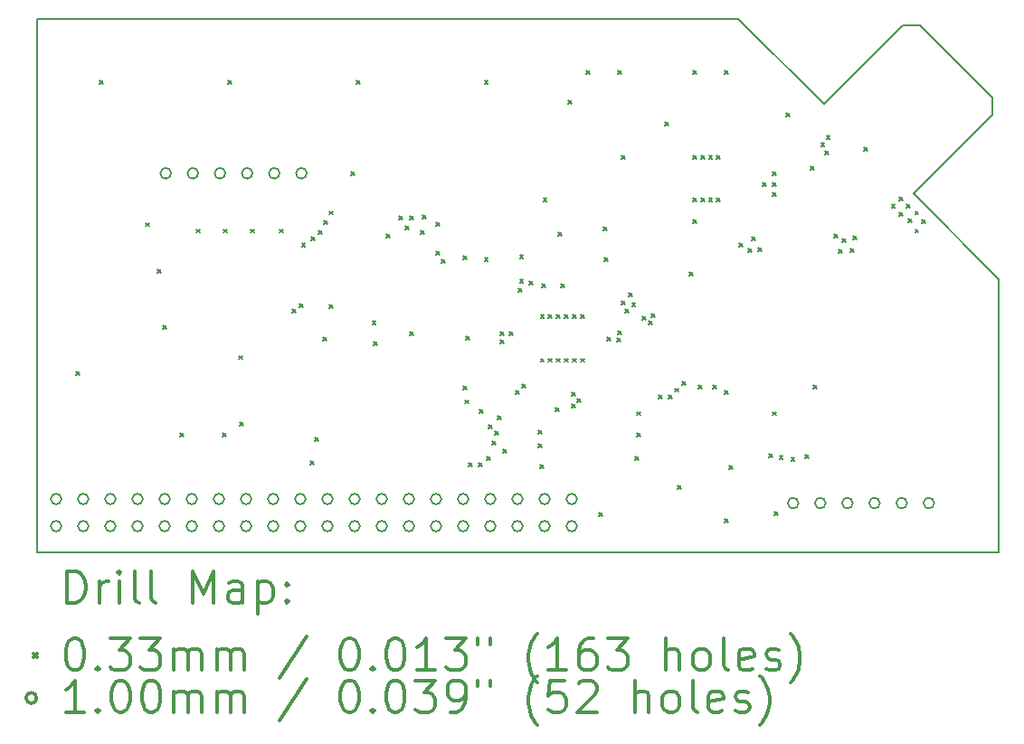
<source format=gbr>
%FSLAX45Y45*%
G04 Gerber Fmt 4.5, Leading zero omitted, Abs format (unit mm)*
G04 Created by KiCad (PCBNEW (5.0.1)-3) date 12/25/18 10:08:46*
%MOMM*%
%LPD*%
G01*
G04 APERTURE LIST*
%ADD10C,0.150000*%
%ADD11C,0.200000*%
%ADD12C,0.300000*%
G04 APERTURE END LIST*
D10*
X9860000Y-3800000D02*
X10600000Y-3060000D01*
X11440000Y-3740000D02*
X10760000Y-3060000D01*
X10600000Y-3060000D02*
X10760000Y-3060000D01*
X11440000Y-3900000D02*
X11440000Y-3740000D01*
X9860000Y-3800000D02*
X9060000Y-3000000D01*
X10700000Y-4640000D02*
X11440000Y-3900000D01*
X11500000Y-5440000D02*
X10700000Y-4640000D01*
X2500000Y-8000000D02*
X2500000Y-3000000D01*
X11500000Y-8000000D02*
X2500000Y-8000000D01*
X11500000Y-5440000D02*
X11500000Y-8000000D01*
X2500000Y-3000000D02*
X9060000Y-3000000D01*
D11*
X2858490Y-6308490D02*
X2891510Y-6341510D01*
X2891510Y-6308490D02*
X2858490Y-6341510D01*
X3083490Y-3583490D02*
X3116510Y-3616510D01*
X3116510Y-3583490D02*
X3083490Y-3616510D01*
X3513490Y-4913490D02*
X3546510Y-4946510D01*
X3546510Y-4913490D02*
X3513490Y-4946510D01*
X3623490Y-5353490D02*
X3656510Y-5386510D01*
X3656510Y-5353490D02*
X3623490Y-5386510D01*
X3673490Y-5873490D02*
X3706510Y-5906510D01*
X3706510Y-5873490D02*
X3673490Y-5906510D01*
X3833490Y-6883490D02*
X3866510Y-6916510D01*
X3866510Y-6883490D02*
X3833490Y-6916510D01*
X3983490Y-4973490D02*
X4016510Y-5006510D01*
X4016510Y-4973490D02*
X3983490Y-5006510D01*
X4233490Y-6883490D02*
X4266510Y-6916510D01*
X4266510Y-6883490D02*
X4233490Y-6916510D01*
X4243490Y-4973490D02*
X4276510Y-5006510D01*
X4276510Y-4973490D02*
X4243490Y-5006510D01*
X4283490Y-3583490D02*
X4316510Y-3616510D01*
X4316510Y-3583490D02*
X4283490Y-3616510D01*
X4383490Y-6158490D02*
X4416510Y-6191510D01*
X4416510Y-6158490D02*
X4383490Y-6191510D01*
X4393480Y-6783490D02*
X4426500Y-6816510D01*
X4426500Y-6783490D02*
X4393480Y-6816510D01*
X4493490Y-4973490D02*
X4526510Y-5006510D01*
X4526510Y-4973490D02*
X4493490Y-5006510D01*
X4763490Y-4973490D02*
X4796510Y-5006510D01*
X4796510Y-4973490D02*
X4763490Y-5006510D01*
X4886434Y-5723782D02*
X4919454Y-5756802D01*
X4919454Y-5723782D02*
X4886434Y-5756802D01*
X4953490Y-5673490D02*
X4986510Y-5706510D01*
X4986510Y-5673490D02*
X4953490Y-5706510D01*
X4973490Y-5103490D02*
X5006510Y-5136510D01*
X5006510Y-5103490D02*
X4973490Y-5136510D01*
X5053490Y-7143490D02*
X5086510Y-7176510D01*
X5086510Y-7143490D02*
X5053490Y-7176510D01*
X5063490Y-5043490D02*
X5096510Y-5076510D01*
X5096510Y-5043490D02*
X5063490Y-5076510D01*
X5093490Y-6923490D02*
X5126510Y-6956510D01*
X5126510Y-6923490D02*
X5093490Y-6956510D01*
X5133490Y-4983490D02*
X5166510Y-5016510D01*
X5166510Y-4983490D02*
X5133490Y-5016510D01*
X5173490Y-5983490D02*
X5206510Y-6016510D01*
X5206510Y-5983490D02*
X5173490Y-6016510D01*
X5183490Y-4893490D02*
X5216510Y-4926510D01*
X5216510Y-4893490D02*
X5183490Y-4926510D01*
X5233490Y-4803490D02*
X5266510Y-4836510D01*
X5266510Y-4803490D02*
X5233490Y-4836510D01*
X5233490Y-5683490D02*
X5266510Y-5716510D01*
X5266510Y-5683490D02*
X5233490Y-5716510D01*
X5433490Y-4433490D02*
X5466510Y-4466510D01*
X5466510Y-4433490D02*
X5433490Y-4466510D01*
X5483490Y-3583490D02*
X5516510Y-3616510D01*
X5516510Y-3583490D02*
X5483490Y-3616510D01*
X5633490Y-5833490D02*
X5666510Y-5866510D01*
X5666510Y-5833490D02*
X5633490Y-5866510D01*
X5643490Y-6023490D02*
X5676510Y-6056510D01*
X5676510Y-6023490D02*
X5643490Y-6056510D01*
X5763490Y-5023020D02*
X5796510Y-5056040D01*
X5796510Y-5023020D02*
X5763490Y-5056040D01*
X5883490Y-4853490D02*
X5916510Y-4886510D01*
X5916510Y-4853490D02*
X5883490Y-4886510D01*
X5943490Y-4943490D02*
X5976510Y-4976510D01*
X5976510Y-4943490D02*
X5943490Y-4976510D01*
X5983490Y-4853490D02*
X6016510Y-4886510D01*
X6016510Y-4853490D02*
X5983490Y-4886510D01*
X5983490Y-5933490D02*
X6016510Y-5966510D01*
X6016510Y-5933490D02*
X5983490Y-5966510D01*
X6083490Y-4983490D02*
X6116510Y-5016510D01*
X6116510Y-4983490D02*
X6083490Y-5016510D01*
X6103490Y-4843490D02*
X6136510Y-4876510D01*
X6136510Y-4843490D02*
X6103490Y-4876510D01*
X6233490Y-4908490D02*
X6266510Y-4941510D01*
X6266510Y-4908490D02*
X6233490Y-4941510D01*
X6233490Y-5183490D02*
X6266510Y-5216510D01*
X6266510Y-5183490D02*
X6233490Y-5216510D01*
X6283490Y-5253490D02*
X6316510Y-5286510D01*
X6316510Y-5253490D02*
X6283490Y-5286510D01*
X6483490Y-5223490D02*
X6516510Y-5256510D01*
X6516510Y-5223490D02*
X6483490Y-5256510D01*
X6483490Y-6443490D02*
X6516510Y-6476510D01*
X6516510Y-6443490D02*
X6483490Y-6476510D01*
X6503490Y-6573490D02*
X6536510Y-6606510D01*
X6536510Y-6573490D02*
X6503490Y-6606510D01*
X6513490Y-5973490D02*
X6546510Y-6006510D01*
X6546510Y-5973490D02*
X6513490Y-6006510D01*
X6533490Y-7163490D02*
X6566510Y-7196510D01*
X6566510Y-7163490D02*
X6533490Y-7196510D01*
X6628519Y-7160640D02*
X6661539Y-7193660D01*
X6661539Y-7160640D02*
X6628519Y-7193660D01*
X6633490Y-6663490D02*
X6666510Y-6696510D01*
X6666510Y-6663490D02*
X6633490Y-6696510D01*
X6683490Y-3583490D02*
X6716510Y-3616510D01*
X6716510Y-3583490D02*
X6683490Y-3616510D01*
X6683490Y-5243490D02*
X6716510Y-5276510D01*
X6716510Y-5243490D02*
X6683490Y-5276510D01*
X6703490Y-7103490D02*
X6736510Y-7136510D01*
X6736510Y-7103490D02*
X6703490Y-7136510D01*
X6723490Y-6803490D02*
X6756510Y-6836510D01*
X6756510Y-6803490D02*
X6723490Y-6836510D01*
X6758490Y-6958490D02*
X6791510Y-6991510D01*
X6791510Y-6958490D02*
X6758490Y-6991510D01*
X6783490Y-6863490D02*
X6816510Y-6896510D01*
X6816510Y-6863490D02*
X6783490Y-6896510D01*
X6803490Y-6723490D02*
X6836510Y-6756510D01*
X6836510Y-6723490D02*
X6803490Y-6756510D01*
X6833490Y-5933490D02*
X6866510Y-5966510D01*
X6866510Y-5933490D02*
X6833490Y-5966510D01*
X6833490Y-6013490D02*
X6866510Y-6046510D01*
X6866510Y-6013490D02*
X6833490Y-6046510D01*
X6858490Y-7033490D02*
X6891510Y-7066510D01*
X6891510Y-7033490D02*
X6858490Y-7066510D01*
X6913490Y-5933490D02*
X6946510Y-5966510D01*
X6946510Y-5933490D02*
X6913490Y-5966510D01*
X6973490Y-6483490D02*
X7006510Y-6516510D01*
X7006510Y-6483490D02*
X6973490Y-6516510D01*
X6998490Y-5529740D02*
X7031510Y-5562760D01*
X7031510Y-5529740D02*
X6998490Y-5562760D01*
X7013490Y-5213490D02*
X7046510Y-5246510D01*
X7046510Y-5213490D02*
X7013490Y-5246510D01*
X7013490Y-5443490D02*
X7046510Y-5476510D01*
X7046510Y-5443490D02*
X7013490Y-5476510D01*
X7033490Y-6423490D02*
X7066510Y-6456510D01*
X7066510Y-6423490D02*
X7033490Y-6456510D01*
X7103490Y-5463490D02*
X7136510Y-5496510D01*
X7136510Y-5463490D02*
X7103490Y-5496510D01*
X7183490Y-6858490D02*
X7216510Y-6891510D01*
X7216510Y-6858490D02*
X7183490Y-6891510D01*
X7183490Y-6983490D02*
X7216510Y-7016510D01*
X7216510Y-6983490D02*
X7183490Y-7016510D01*
X7203490Y-7178490D02*
X7236510Y-7211510D01*
X7236510Y-7178490D02*
X7203490Y-7211510D01*
X7208490Y-5773490D02*
X7241510Y-5806510D01*
X7241510Y-5773490D02*
X7208490Y-5806510D01*
X7208490Y-6183490D02*
X7241510Y-6216510D01*
X7241510Y-6183490D02*
X7208490Y-6216510D01*
X7223490Y-5483490D02*
X7256510Y-5516510D01*
X7256510Y-5483490D02*
X7223490Y-5516510D01*
X7233490Y-4683490D02*
X7266510Y-4716510D01*
X7266510Y-4683490D02*
X7233490Y-4716510D01*
X7283490Y-5773490D02*
X7316510Y-5806510D01*
X7316510Y-5773490D02*
X7283490Y-5806510D01*
X7283490Y-6183490D02*
X7316510Y-6216510D01*
X7316510Y-6183490D02*
X7283490Y-6216510D01*
X7348490Y-6643490D02*
X7381510Y-6676510D01*
X7381510Y-6643490D02*
X7348490Y-6676510D01*
X7358490Y-5773490D02*
X7391510Y-5806510D01*
X7391510Y-5773490D02*
X7358490Y-5806510D01*
X7358490Y-6183490D02*
X7391510Y-6216510D01*
X7391510Y-6183490D02*
X7358490Y-6216510D01*
X7373490Y-5003490D02*
X7406510Y-5036510D01*
X7406510Y-5003490D02*
X7373490Y-5036510D01*
X7399890Y-5482846D02*
X7432910Y-5515866D01*
X7432910Y-5482846D02*
X7399890Y-5515866D01*
X7433490Y-5773490D02*
X7466510Y-5806510D01*
X7466510Y-5773490D02*
X7433490Y-5806510D01*
X7433490Y-6183490D02*
X7466510Y-6216510D01*
X7466510Y-6183490D02*
X7433490Y-6216510D01*
X7463490Y-3763490D02*
X7496510Y-3796510D01*
X7496510Y-3763490D02*
X7463490Y-3796510D01*
X7503490Y-6503490D02*
X7536510Y-6536510D01*
X7536510Y-6503490D02*
X7503490Y-6536510D01*
X7503490Y-6613490D02*
X7536510Y-6646510D01*
X7536510Y-6613490D02*
X7503490Y-6646510D01*
X7508490Y-5773490D02*
X7541510Y-5806510D01*
X7541510Y-5773490D02*
X7508490Y-5806510D01*
X7508490Y-6183490D02*
X7541510Y-6216510D01*
X7541510Y-6183490D02*
X7508490Y-6216510D01*
X7548490Y-6558490D02*
X7581510Y-6591510D01*
X7581510Y-6558490D02*
X7548490Y-6591510D01*
X7583490Y-5773490D02*
X7616510Y-5806510D01*
X7616510Y-5773490D02*
X7583490Y-5806510D01*
X7583490Y-6183490D02*
X7616510Y-6216510D01*
X7616510Y-6183490D02*
X7583490Y-6216510D01*
X7633490Y-3483490D02*
X7666510Y-3516510D01*
X7666510Y-3483490D02*
X7633490Y-3516510D01*
X7756490Y-7624490D02*
X7789510Y-7657510D01*
X7789510Y-7624490D02*
X7756490Y-7657510D01*
X7793490Y-4953490D02*
X7826510Y-4986510D01*
X7826510Y-4953490D02*
X7793490Y-4986510D01*
X7803490Y-5243490D02*
X7836510Y-5276510D01*
X7836510Y-5243490D02*
X7803490Y-5276510D01*
X7833490Y-5983490D02*
X7866510Y-6016510D01*
X7866510Y-5983490D02*
X7833490Y-6016510D01*
X7923490Y-5993490D02*
X7956510Y-6026510D01*
X7956510Y-5993490D02*
X7923490Y-6026510D01*
X7933490Y-3483490D02*
X7966510Y-3516510D01*
X7966510Y-3483490D02*
X7933490Y-3516510D01*
X7933490Y-5923490D02*
X7966510Y-5956510D01*
X7966510Y-5923490D02*
X7933490Y-5956510D01*
X7963490Y-4283490D02*
X7996510Y-4316510D01*
X7996510Y-4283490D02*
X7963490Y-4316510D01*
X7963490Y-5643490D02*
X7996510Y-5676510D01*
X7996510Y-5643490D02*
X7963490Y-5676510D01*
X8003490Y-5723490D02*
X8036510Y-5756510D01*
X8036510Y-5723490D02*
X8003490Y-5756510D01*
X8033490Y-5573490D02*
X8066510Y-5606510D01*
X8066510Y-5573490D02*
X8033490Y-5606510D01*
X8063490Y-5663490D02*
X8096510Y-5696510D01*
X8096510Y-5663490D02*
X8063490Y-5696510D01*
X8093490Y-7103490D02*
X8126510Y-7136510D01*
X8126510Y-7103490D02*
X8093490Y-7136510D01*
X8113490Y-6683490D02*
X8146510Y-6716510D01*
X8146510Y-6683490D02*
X8113490Y-6716510D01*
X8113490Y-6883490D02*
X8146510Y-6916510D01*
X8146510Y-6883490D02*
X8113490Y-6916510D01*
X8163490Y-5793490D02*
X8196510Y-5826510D01*
X8196510Y-5793490D02*
X8163490Y-5826510D01*
X8223490Y-5833490D02*
X8256510Y-5866510D01*
X8256510Y-5833490D02*
X8223490Y-5866510D01*
X8243490Y-5763490D02*
X8276510Y-5796510D01*
X8276510Y-5763490D02*
X8243490Y-5796510D01*
X8313490Y-6523490D02*
X8346510Y-6556510D01*
X8346510Y-6523490D02*
X8313490Y-6556510D01*
X8373490Y-3973490D02*
X8406510Y-4006510D01*
X8406510Y-3973490D02*
X8373490Y-4006510D01*
X8403490Y-6523490D02*
X8436510Y-6556510D01*
X8436510Y-6523490D02*
X8403490Y-6556510D01*
X8463490Y-6463490D02*
X8496510Y-6496510D01*
X8496510Y-6463490D02*
X8463490Y-6496510D01*
X8493490Y-7373490D02*
X8526510Y-7406510D01*
X8526510Y-7373490D02*
X8493490Y-7406510D01*
X8533490Y-6403490D02*
X8566510Y-6436510D01*
X8566510Y-6403490D02*
X8533490Y-6436510D01*
X8598490Y-5373490D02*
X8631510Y-5406510D01*
X8631510Y-5373490D02*
X8598490Y-5406510D01*
X8633490Y-3483490D02*
X8666510Y-3516510D01*
X8666510Y-3483490D02*
X8633490Y-3516510D01*
X8633490Y-4283490D02*
X8666510Y-4316510D01*
X8666510Y-4283490D02*
X8633490Y-4316510D01*
X8633490Y-4683490D02*
X8666510Y-4716510D01*
X8666510Y-4683490D02*
X8633490Y-4716510D01*
X8633490Y-4883490D02*
X8666510Y-4916510D01*
X8666510Y-4883490D02*
X8633490Y-4916510D01*
X8683490Y-6433490D02*
X8716510Y-6466510D01*
X8716510Y-6433490D02*
X8683490Y-6466510D01*
X8708490Y-4283490D02*
X8741510Y-4316510D01*
X8741510Y-4283490D02*
X8708490Y-4316510D01*
X8708490Y-4683490D02*
X8741510Y-4716510D01*
X8741510Y-4683490D02*
X8708490Y-4716510D01*
X8783490Y-4283490D02*
X8816510Y-4316510D01*
X8816510Y-4283490D02*
X8783490Y-4316510D01*
X8783490Y-4683490D02*
X8816510Y-4716510D01*
X8816510Y-4683490D02*
X8783490Y-4716510D01*
X8823490Y-6433490D02*
X8856510Y-6466510D01*
X8856510Y-6433490D02*
X8823490Y-6466510D01*
X8858490Y-4283490D02*
X8891510Y-4316510D01*
X8891510Y-4283490D02*
X8858490Y-4316510D01*
X8858490Y-4683490D02*
X8891510Y-4716510D01*
X8891510Y-4683490D02*
X8858490Y-4716510D01*
X8933490Y-3483490D02*
X8966510Y-3516510D01*
X8966510Y-3483490D02*
X8933490Y-3516510D01*
X8933490Y-6483490D02*
X8966510Y-6516510D01*
X8966510Y-6483490D02*
X8933490Y-6516510D01*
X8933490Y-7683490D02*
X8966510Y-7716510D01*
X8966510Y-7683490D02*
X8933490Y-7716510D01*
X8973490Y-7183490D02*
X9006510Y-7216510D01*
X9006510Y-7183490D02*
X8973490Y-7216510D01*
X9063490Y-5103490D02*
X9096510Y-5136510D01*
X9096510Y-5103490D02*
X9063490Y-5136510D01*
X9153079Y-5153079D02*
X9186099Y-5186099D01*
X9186099Y-5153079D02*
X9153079Y-5186099D01*
X9183490Y-5043490D02*
X9216510Y-5076510D01*
X9216510Y-5043490D02*
X9183490Y-5076510D01*
X9243490Y-5143490D02*
X9276510Y-5176510D01*
X9276510Y-5143490D02*
X9243490Y-5176510D01*
X9283490Y-4533490D02*
X9316510Y-4566510D01*
X9316510Y-4533490D02*
X9283490Y-4566510D01*
X9343490Y-7073490D02*
X9376510Y-7106510D01*
X9376510Y-7073490D02*
X9343490Y-7106510D01*
X9383490Y-4433490D02*
X9416510Y-4466510D01*
X9416510Y-4433490D02*
X9383490Y-4466510D01*
X9383490Y-4533490D02*
X9416510Y-4566510D01*
X9416510Y-4533490D02*
X9383490Y-4566510D01*
X9383490Y-4633490D02*
X9416510Y-4666510D01*
X9416510Y-4633490D02*
X9383490Y-4666510D01*
X9383490Y-6683490D02*
X9416510Y-6716510D01*
X9416510Y-6683490D02*
X9383490Y-6716510D01*
X9397490Y-7622490D02*
X9430510Y-7655510D01*
X9430510Y-7622490D02*
X9397490Y-7655510D01*
X9443490Y-7093490D02*
X9476510Y-7126510D01*
X9476510Y-7093490D02*
X9443490Y-7126510D01*
X9508490Y-3883490D02*
X9541510Y-3916510D01*
X9541510Y-3883490D02*
X9508490Y-3916510D01*
X9553490Y-7113490D02*
X9586510Y-7146510D01*
X9586510Y-7113490D02*
X9553490Y-7146510D01*
X9683490Y-7083490D02*
X9716510Y-7116510D01*
X9716510Y-7083490D02*
X9683490Y-7116510D01*
X9733490Y-4383490D02*
X9766510Y-4416510D01*
X9766510Y-4383490D02*
X9733490Y-4416510D01*
X9763490Y-6433490D02*
X9796510Y-6466510D01*
X9796510Y-6433490D02*
X9763490Y-6466510D01*
X9833490Y-4163490D02*
X9866510Y-4196510D01*
X9866510Y-4163490D02*
X9833490Y-4196510D01*
X9873490Y-4243490D02*
X9906510Y-4276510D01*
X9906510Y-4243490D02*
X9873490Y-4276510D01*
X9883490Y-4093490D02*
X9916510Y-4126510D01*
X9916510Y-4093490D02*
X9883490Y-4126510D01*
X9953490Y-5023490D02*
X9986510Y-5056510D01*
X9986510Y-5023490D02*
X9953490Y-5056510D01*
X9998490Y-5163490D02*
X10031510Y-5196510D01*
X10031510Y-5163490D02*
X9998490Y-5196510D01*
X10033490Y-5063490D02*
X10066510Y-5096510D01*
X10066510Y-5063490D02*
X10033490Y-5096510D01*
X10108490Y-5158490D02*
X10141510Y-5191510D01*
X10141510Y-5158490D02*
X10108490Y-5191510D01*
X10133490Y-5033490D02*
X10166510Y-5066510D01*
X10166510Y-5033490D02*
X10133490Y-5066510D01*
X10233490Y-4203490D02*
X10266510Y-4236510D01*
X10266510Y-4203490D02*
X10233490Y-4236510D01*
X10493490Y-4743490D02*
X10526510Y-4776510D01*
X10526510Y-4743490D02*
X10493490Y-4776510D01*
X10563490Y-4673490D02*
X10596510Y-4706510D01*
X10596510Y-4673490D02*
X10563490Y-4706510D01*
X10563490Y-4813490D02*
X10596510Y-4846510D01*
X10596510Y-4813490D02*
X10563490Y-4846510D01*
X10633490Y-4743490D02*
X10666510Y-4776510D01*
X10666510Y-4743490D02*
X10633490Y-4776510D01*
X10653490Y-4873490D02*
X10686510Y-4906510D01*
X10686510Y-4873490D02*
X10653490Y-4906510D01*
X10713490Y-4803490D02*
X10746510Y-4836510D01*
X10746510Y-4803490D02*
X10713490Y-4836510D01*
X10713490Y-4973490D02*
X10746510Y-5006510D01*
X10746510Y-4973490D02*
X10713490Y-5006510D01*
X10773490Y-4883490D02*
X10806510Y-4916510D01*
X10806510Y-4883490D02*
X10773490Y-4916510D01*
X3750000Y-4450000D02*
G75*
G03X3750000Y-4450000I-50000J0D01*
G01*
X4004000Y-4450000D02*
G75*
G03X4004000Y-4450000I-50000J0D01*
G01*
X4258000Y-4450000D02*
G75*
G03X4258000Y-4450000I-50000J0D01*
G01*
X4512000Y-4450000D02*
G75*
G03X4512000Y-4450000I-50000J0D01*
G01*
X4766000Y-4450000D02*
G75*
G03X4766000Y-4450000I-50000J0D01*
G01*
X5020000Y-4450000D02*
G75*
G03X5020000Y-4450000I-50000J0D01*
G01*
X9623000Y-7538000D02*
G75*
G03X9623000Y-7538000I-50000J0D01*
G01*
X9877000Y-7538000D02*
G75*
G03X9877000Y-7538000I-50000J0D01*
G01*
X10131000Y-7538000D02*
G75*
G03X10131000Y-7538000I-50000J0D01*
G01*
X10385000Y-7538000D02*
G75*
G03X10385000Y-7538000I-50000J0D01*
G01*
X10639000Y-7538000D02*
G75*
G03X10639000Y-7538000I-50000J0D01*
G01*
X10893000Y-7538000D02*
G75*
G03X10893000Y-7538000I-50000J0D01*
G01*
X2724000Y-7500000D02*
G75*
G03X2724000Y-7500000I-50000J0D01*
G01*
X2724000Y-7754000D02*
G75*
G03X2724000Y-7754000I-50000J0D01*
G01*
X2978000Y-7500000D02*
G75*
G03X2978000Y-7500000I-50000J0D01*
G01*
X2978000Y-7754000D02*
G75*
G03X2978000Y-7754000I-50000J0D01*
G01*
X3232000Y-7500000D02*
G75*
G03X3232000Y-7500000I-50000J0D01*
G01*
X3232000Y-7754000D02*
G75*
G03X3232000Y-7754000I-50000J0D01*
G01*
X3486000Y-7500000D02*
G75*
G03X3486000Y-7500000I-50000J0D01*
G01*
X3486000Y-7754000D02*
G75*
G03X3486000Y-7754000I-50000J0D01*
G01*
X3740000Y-7500000D02*
G75*
G03X3740000Y-7500000I-50000J0D01*
G01*
X3740000Y-7754000D02*
G75*
G03X3740000Y-7754000I-50000J0D01*
G01*
X3994000Y-7500000D02*
G75*
G03X3994000Y-7500000I-50000J0D01*
G01*
X3994000Y-7754000D02*
G75*
G03X3994000Y-7754000I-50000J0D01*
G01*
X4248000Y-7500000D02*
G75*
G03X4248000Y-7500000I-50000J0D01*
G01*
X4248000Y-7754000D02*
G75*
G03X4248000Y-7754000I-50000J0D01*
G01*
X4502000Y-7500000D02*
G75*
G03X4502000Y-7500000I-50000J0D01*
G01*
X4502000Y-7754000D02*
G75*
G03X4502000Y-7754000I-50000J0D01*
G01*
X4756000Y-7500000D02*
G75*
G03X4756000Y-7500000I-50000J0D01*
G01*
X4756000Y-7754000D02*
G75*
G03X4756000Y-7754000I-50000J0D01*
G01*
X5010000Y-7500000D02*
G75*
G03X5010000Y-7500000I-50000J0D01*
G01*
X5010000Y-7754000D02*
G75*
G03X5010000Y-7754000I-50000J0D01*
G01*
X5264000Y-7500000D02*
G75*
G03X5264000Y-7500000I-50000J0D01*
G01*
X5264000Y-7754000D02*
G75*
G03X5264000Y-7754000I-50000J0D01*
G01*
X5518000Y-7500000D02*
G75*
G03X5518000Y-7500000I-50000J0D01*
G01*
X5518000Y-7754000D02*
G75*
G03X5518000Y-7754000I-50000J0D01*
G01*
X5772000Y-7500000D02*
G75*
G03X5772000Y-7500000I-50000J0D01*
G01*
X5772000Y-7754000D02*
G75*
G03X5772000Y-7754000I-50000J0D01*
G01*
X6026000Y-7500000D02*
G75*
G03X6026000Y-7500000I-50000J0D01*
G01*
X6026000Y-7754000D02*
G75*
G03X6026000Y-7754000I-50000J0D01*
G01*
X6280000Y-7500000D02*
G75*
G03X6280000Y-7500000I-50000J0D01*
G01*
X6280000Y-7754000D02*
G75*
G03X6280000Y-7754000I-50000J0D01*
G01*
X6534000Y-7500000D02*
G75*
G03X6534000Y-7500000I-50000J0D01*
G01*
X6534000Y-7754000D02*
G75*
G03X6534000Y-7754000I-50000J0D01*
G01*
X6788000Y-7500000D02*
G75*
G03X6788000Y-7500000I-50000J0D01*
G01*
X6788000Y-7754000D02*
G75*
G03X6788000Y-7754000I-50000J0D01*
G01*
X7042000Y-7500000D02*
G75*
G03X7042000Y-7500000I-50000J0D01*
G01*
X7042000Y-7754000D02*
G75*
G03X7042000Y-7754000I-50000J0D01*
G01*
X7296000Y-7500000D02*
G75*
G03X7296000Y-7500000I-50000J0D01*
G01*
X7296000Y-7754000D02*
G75*
G03X7296000Y-7754000I-50000J0D01*
G01*
X7550000Y-7500000D02*
G75*
G03X7550000Y-7500000I-50000J0D01*
G01*
X7550000Y-7754000D02*
G75*
G03X7550000Y-7754000I-50000J0D01*
G01*
D12*
X2778928Y-8473214D02*
X2778928Y-8173214D01*
X2850357Y-8173214D01*
X2893214Y-8187500D01*
X2921786Y-8216071D01*
X2936071Y-8244643D01*
X2950357Y-8301786D01*
X2950357Y-8344643D01*
X2936071Y-8401786D01*
X2921786Y-8430357D01*
X2893214Y-8458929D01*
X2850357Y-8473214D01*
X2778928Y-8473214D01*
X3078928Y-8473214D02*
X3078928Y-8273214D01*
X3078928Y-8330357D02*
X3093214Y-8301786D01*
X3107500Y-8287500D01*
X3136071Y-8273214D01*
X3164643Y-8273214D01*
X3264643Y-8473214D02*
X3264643Y-8273214D01*
X3264643Y-8173214D02*
X3250357Y-8187500D01*
X3264643Y-8201786D01*
X3278928Y-8187500D01*
X3264643Y-8173214D01*
X3264643Y-8201786D01*
X3450357Y-8473214D02*
X3421786Y-8458929D01*
X3407500Y-8430357D01*
X3407500Y-8173214D01*
X3607500Y-8473214D02*
X3578928Y-8458929D01*
X3564643Y-8430357D01*
X3564643Y-8173214D01*
X3950357Y-8473214D02*
X3950357Y-8173214D01*
X4050357Y-8387500D01*
X4150357Y-8173214D01*
X4150357Y-8473214D01*
X4421786Y-8473214D02*
X4421786Y-8316071D01*
X4407500Y-8287500D01*
X4378928Y-8273214D01*
X4321786Y-8273214D01*
X4293214Y-8287500D01*
X4421786Y-8458929D02*
X4393214Y-8473214D01*
X4321786Y-8473214D01*
X4293214Y-8458929D01*
X4278928Y-8430357D01*
X4278928Y-8401786D01*
X4293214Y-8373214D01*
X4321786Y-8358929D01*
X4393214Y-8358929D01*
X4421786Y-8344643D01*
X4564643Y-8273214D02*
X4564643Y-8573214D01*
X4564643Y-8287500D02*
X4593214Y-8273214D01*
X4650357Y-8273214D01*
X4678928Y-8287500D01*
X4693214Y-8301786D01*
X4707500Y-8330357D01*
X4707500Y-8416072D01*
X4693214Y-8444643D01*
X4678928Y-8458929D01*
X4650357Y-8473214D01*
X4593214Y-8473214D01*
X4564643Y-8458929D01*
X4836071Y-8444643D02*
X4850357Y-8458929D01*
X4836071Y-8473214D01*
X4821786Y-8458929D01*
X4836071Y-8444643D01*
X4836071Y-8473214D01*
X4836071Y-8287500D02*
X4850357Y-8301786D01*
X4836071Y-8316071D01*
X4821786Y-8301786D01*
X4836071Y-8287500D01*
X4836071Y-8316071D01*
X2459480Y-8950990D02*
X2492500Y-8984010D01*
X2492500Y-8950990D02*
X2459480Y-8984010D01*
X2836071Y-8803214D02*
X2864643Y-8803214D01*
X2893214Y-8817500D01*
X2907500Y-8831786D01*
X2921786Y-8860357D01*
X2936071Y-8917500D01*
X2936071Y-8988929D01*
X2921786Y-9046072D01*
X2907500Y-9074643D01*
X2893214Y-9088929D01*
X2864643Y-9103214D01*
X2836071Y-9103214D01*
X2807500Y-9088929D01*
X2793214Y-9074643D01*
X2778928Y-9046072D01*
X2764643Y-8988929D01*
X2764643Y-8917500D01*
X2778928Y-8860357D01*
X2793214Y-8831786D01*
X2807500Y-8817500D01*
X2836071Y-8803214D01*
X3064643Y-9074643D02*
X3078928Y-9088929D01*
X3064643Y-9103214D01*
X3050357Y-9088929D01*
X3064643Y-9074643D01*
X3064643Y-9103214D01*
X3178928Y-8803214D02*
X3364643Y-8803214D01*
X3264643Y-8917500D01*
X3307500Y-8917500D01*
X3336071Y-8931786D01*
X3350357Y-8946072D01*
X3364643Y-8974643D01*
X3364643Y-9046072D01*
X3350357Y-9074643D01*
X3336071Y-9088929D01*
X3307500Y-9103214D01*
X3221786Y-9103214D01*
X3193214Y-9088929D01*
X3178928Y-9074643D01*
X3464643Y-8803214D02*
X3650357Y-8803214D01*
X3550357Y-8917500D01*
X3593214Y-8917500D01*
X3621786Y-8931786D01*
X3636071Y-8946072D01*
X3650357Y-8974643D01*
X3650357Y-9046072D01*
X3636071Y-9074643D01*
X3621786Y-9088929D01*
X3593214Y-9103214D01*
X3507500Y-9103214D01*
X3478928Y-9088929D01*
X3464643Y-9074643D01*
X3778928Y-9103214D02*
X3778928Y-8903214D01*
X3778928Y-8931786D02*
X3793214Y-8917500D01*
X3821786Y-8903214D01*
X3864643Y-8903214D01*
X3893214Y-8917500D01*
X3907500Y-8946072D01*
X3907500Y-9103214D01*
X3907500Y-8946072D02*
X3921786Y-8917500D01*
X3950357Y-8903214D01*
X3993214Y-8903214D01*
X4021786Y-8917500D01*
X4036071Y-8946072D01*
X4036071Y-9103214D01*
X4178928Y-9103214D02*
X4178928Y-8903214D01*
X4178928Y-8931786D02*
X4193214Y-8917500D01*
X4221786Y-8903214D01*
X4264643Y-8903214D01*
X4293214Y-8917500D01*
X4307500Y-8946072D01*
X4307500Y-9103214D01*
X4307500Y-8946072D02*
X4321786Y-8917500D01*
X4350357Y-8903214D01*
X4393214Y-8903214D01*
X4421786Y-8917500D01*
X4436071Y-8946072D01*
X4436071Y-9103214D01*
X5021786Y-8788929D02*
X4764643Y-9174643D01*
X5407500Y-8803214D02*
X5436071Y-8803214D01*
X5464643Y-8817500D01*
X5478928Y-8831786D01*
X5493214Y-8860357D01*
X5507500Y-8917500D01*
X5507500Y-8988929D01*
X5493214Y-9046072D01*
X5478928Y-9074643D01*
X5464643Y-9088929D01*
X5436071Y-9103214D01*
X5407500Y-9103214D01*
X5378928Y-9088929D01*
X5364643Y-9074643D01*
X5350357Y-9046072D01*
X5336071Y-8988929D01*
X5336071Y-8917500D01*
X5350357Y-8860357D01*
X5364643Y-8831786D01*
X5378928Y-8817500D01*
X5407500Y-8803214D01*
X5636071Y-9074643D02*
X5650357Y-9088929D01*
X5636071Y-9103214D01*
X5621786Y-9088929D01*
X5636071Y-9074643D01*
X5636071Y-9103214D01*
X5836071Y-8803214D02*
X5864643Y-8803214D01*
X5893214Y-8817500D01*
X5907500Y-8831786D01*
X5921786Y-8860357D01*
X5936071Y-8917500D01*
X5936071Y-8988929D01*
X5921786Y-9046072D01*
X5907500Y-9074643D01*
X5893214Y-9088929D01*
X5864643Y-9103214D01*
X5836071Y-9103214D01*
X5807500Y-9088929D01*
X5793214Y-9074643D01*
X5778928Y-9046072D01*
X5764643Y-8988929D01*
X5764643Y-8917500D01*
X5778928Y-8860357D01*
X5793214Y-8831786D01*
X5807500Y-8817500D01*
X5836071Y-8803214D01*
X6221786Y-9103214D02*
X6050357Y-9103214D01*
X6136071Y-9103214D02*
X6136071Y-8803214D01*
X6107500Y-8846072D01*
X6078928Y-8874643D01*
X6050357Y-8888929D01*
X6321786Y-8803214D02*
X6507500Y-8803214D01*
X6407500Y-8917500D01*
X6450357Y-8917500D01*
X6478928Y-8931786D01*
X6493214Y-8946072D01*
X6507500Y-8974643D01*
X6507500Y-9046072D01*
X6493214Y-9074643D01*
X6478928Y-9088929D01*
X6450357Y-9103214D01*
X6364643Y-9103214D01*
X6336071Y-9088929D01*
X6321786Y-9074643D01*
X6621786Y-8803214D02*
X6621786Y-8860357D01*
X6736071Y-8803214D02*
X6736071Y-8860357D01*
X7178928Y-9217500D02*
X7164643Y-9203214D01*
X7136071Y-9160357D01*
X7121786Y-9131786D01*
X7107500Y-9088929D01*
X7093214Y-9017500D01*
X7093214Y-8960357D01*
X7107500Y-8888929D01*
X7121786Y-8846072D01*
X7136071Y-8817500D01*
X7164643Y-8774643D01*
X7178928Y-8760357D01*
X7450357Y-9103214D02*
X7278928Y-9103214D01*
X7364643Y-9103214D02*
X7364643Y-8803214D01*
X7336071Y-8846072D01*
X7307500Y-8874643D01*
X7278928Y-8888929D01*
X7707500Y-8803214D02*
X7650357Y-8803214D01*
X7621786Y-8817500D01*
X7607500Y-8831786D01*
X7578928Y-8874643D01*
X7564643Y-8931786D01*
X7564643Y-9046072D01*
X7578928Y-9074643D01*
X7593214Y-9088929D01*
X7621786Y-9103214D01*
X7678928Y-9103214D01*
X7707500Y-9088929D01*
X7721786Y-9074643D01*
X7736071Y-9046072D01*
X7736071Y-8974643D01*
X7721786Y-8946072D01*
X7707500Y-8931786D01*
X7678928Y-8917500D01*
X7621786Y-8917500D01*
X7593214Y-8931786D01*
X7578928Y-8946072D01*
X7564643Y-8974643D01*
X7836071Y-8803214D02*
X8021786Y-8803214D01*
X7921786Y-8917500D01*
X7964643Y-8917500D01*
X7993214Y-8931786D01*
X8007500Y-8946072D01*
X8021786Y-8974643D01*
X8021786Y-9046072D01*
X8007500Y-9074643D01*
X7993214Y-9088929D01*
X7964643Y-9103214D01*
X7878928Y-9103214D01*
X7850357Y-9088929D01*
X7836071Y-9074643D01*
X8378928Y-9103214D02*
X8378928Y-8803214D01*
X8507500Y-9103214D02*
X8507500Y-8946072D01*
X8493214Y-8917500D01*
X8464643Y-8903214D01*
X8421786Y-8903214D01*
X8393214Y-8917500D01*
X8378928Y-8931786D01*
X8693214Y-9103214D02*
X8664643Y-9088929D01*
X8650357Y-9074643D01*
X8636071Y-9046072D01*
X8636071Y-8960357D01*
X8650357Y-8931786D01*
X8664643Y-8917500D01*
X8693214Y-8903214D01*
X8736071Y-8903214D01*
X8764643Y-8917500D01*
X8778928Y-8931786D01*
X8793214Y-8960357D01*
X8793214Y-9046072D01*
X8778928Y-9074643D01*
X8764643Y-9088929D01*
X8736071Y-9103214D01*
X8693214Y-9103214D01*
X8964643Y-9103214D02*
X8936071Y-9088929D01*
X8921786Y-9060357D01*
X8921786Y-8803214D01*
X9193214Y-9088929D02*
X9164643Y-9103214D01*
X9107500Y-9103214D01*
X9078928Y-9088929D01*
X9064643Y-9060357D01*
X9064643Y-8946072D01*
X9078928Y-8917500D01*
X9107500Y-8903214D01*
X9164643Y-8903214D01*
X9193214Y-8917500D01*
X9207500Y-8946072D01*
X9207500Y-8974643D01*
X9064643Y-9003214D01*
X9321786Y-9088929D02*
X9350357Y-9103214D01*
X9407500Y-9103214D01*
X9436071Y-9088929D01*
X9450357Y-9060357D01*
X9450357Y-9046072D01*
X9436071Y-9017500D01*
X9407500Y-9003214D01*
X9364643Y-9003214D01*
X9336071Y-8988929D01*
X9321786Y-8960357D01*
X9321786Y-8946072D01*
X9336071Y-8917500D01*
X9364643Y-8903214D01*
X9407500Y-8903214D01*
X9436071Y-8917500D01*
X9550357Y-9217500D02*
X9564643Y-9203214D01*
X9593214Y-9160357D01*
X9607500Y-9131786D01*
X9621786Y-9088929D01*
X9636071Y-9017500D01*
X9636071Y-8960357D01*
X9621786Y-8888929D01*
X9607500Y-8846072D01*
X9593214Y-8817500D01*
X9564643Y-8774643D01*
X9550357Y-8760357D01*
X2492500Y-9363500D02*
G75*
G03X2492500Y-9363500I-50000J0D01*
G01*
X2936071Y-9499214D02*
X2764643Y-9499214D01*
X2850357Y-9499214D02*
X2850357Y-9199214D01*
X2821786Y-9242072D01*
X2793214Y-9270643D01*
X2764643Y-9284929D01*
X3064643Y-9470643D02*
X3078928Y-9484929D01*
X3064643Y-9499214D01*
X3050357Y-9484929D01*
X3064643Y-9470643D01*
X3064643Y-9499214D01*
X3264643Y-9199214D02*
X3293214Y-9199214D01*
X3321786Y-9213500D01*
X3336071Y-9227786D01*
X3350357Y-9256357D01*
X3364643Y-9313500D01*
X3364643Y-9384929D01*
X3350357Y-9442072D01*
X3336071Y-9470643D01*
X3321786Y-9484929D01*
X3293214Y-9499214D01*
X3264643Y-9499214D01*
X3236071Y-9484929D01*
X3221786Y-9470643D01*
X3207500Y-9442072D01*
X3193214Y-9384929D01*
X3193214Y-9313500D01*
X3207500Y-9256357D01*
X3221786Y-9227786D01*
X3236071Y-9213500D01*
X3264643Y-9199214D01*
X3550357Y-9199214D02*
X3578928Y-9199214D01*
X3607500Y-9213500D01*
X3621786Y-9227786D01*
X3636071Y-9256357D01*
X3650357Y-9313500D01*
X3650357Y-9384929D01*
X3636071Y-9442072D01*
X3621786Y-9470643D01*
X3607500Y-9484929D01*
X3578928Y-9499214D01*
X3550357Y-9499214D01*
X3521786Y-9484929D01*
X3507500Y-9470643D01*
X3493214Y-9442072D01*
X3478928Y-9384929D01*
X3478928Y-9313500D01*
X3493214Y-9256357D01*
X3507500Y-9227786D01*
X3521786Y-9213500D01*
X3550357Y-9199214D01*
X3778928Y-9499214D02*
X3778928Y-9299214D01*
X3778928Y-9327786D02*
X3793214Y-9313500D01*
X3821786Y-9299214D01*
X3864643Y-9299214D01*
X3893214Y-9313500D01*
X3907500Y-9342072D01*
X3907500Y-9499214D01*
X3907500Y-9342072D02*
X3921786Y-9313500D01*
X3950357Y-9299214D01*
X3993214Y-9299214D01*
X4021786Y-9313500D01*
X4036071Y-9342072D01*
X4036071Y-9499214D01*
X4178928Y-9499214D02*
X4178928Y-9299214D01*
X4178928Y-9327786D02*
X4193214Y-9313500D01*
X4221786Y-9299214D01*
X4264643Y-9299214D01*
X4293214Y-9313500D01*
X4307500Y-9342072D01*
X4307500Y-9499214D01*
X4307500Y-9342072D02*
X4321786Y-9313500D01*
X4350357Y-9299214D01*
X4393214Y-9299214D01*
X4421786Y-9313500D01*
X4436071Y-9342072D01*
X4436071Y-9499214D01*
X5021786Y-9184929D02*
X4764643Y-9570643D01*
X5407500Y-9199214D02*
X5436071Y-9199214D01*
X5464643Y-9213500D01*
X5478928Y-9227786D01*
X5493214Y-9256357D01*
X5507500Y-9313500D01*
X5507500Y-9384929D01*
X5493214Y-9442072D01*
X5478928Y-9470643D01*
X5464643Y-9484929D01*
X5436071Y-9499214D01*
X5407500Y-9499214D01*
X5378928Y-9484929D01*
X5364643Y-9470643D01*
X5350357Y-9442072D01*
X5336071Y-9384929D01*
X5336071Y-9313500D01*
X5350357Y-9256357D01*
X5364643Y-9227786D01*
X5378928Y-9213500D01*
X5407500Y-9199214D01*
X5636071Y-9470643D02*
X5650357Y-9484929D01*
X5636071Y-9499214D01*
X5621786Y-9484929D01*
X5636071Y-9470643D01*
X5636071Y-9499214D01*
X5836071Y-9199214D02*
X5864643Y-9199214D01*
X5893214Y-9213500D01*
X5907500Y-9227786D01*
X5921786Y-9256357D01*
X5936071Y-9313500D01*
X5936071Y-9384929D01*
X5921786Y-9442072D01*
X5907500Y-9470643D01*
X5893214Y-9484929D01*
X5864643Y-9499214D01*
X5836071Y-9499214D01*
X5807500Y-9484929D01*
X5793214Y-9470643D01*
X5778928Y-9442072D01*
X5764643Y-9384929D01*
X5764643Y-9313500D01*
X5778928Y-9256357D01*
X5793214Y-9227786D01*
X5807500Y-9213500D01*
X5836071Y-9199214D01*
X6036071Y-9199214D02*
X6221786Y-9199214D01*
X6121786Y-9313500D01*
X6164643Y-9313500D01*
X6193214Y-9327786D01*
X6207500Y-9342072D01*
X6221786Y-9370643D01*
X6221786Y-9442072D01*
X6207500Y-9470643D01*
X6193214Y-9484929D01*
X6164643Y-9499214D01*
X6078928Y-9499214D01*
X6050357Y-9484929D01*
X6036071Y-9470643D01*
X6364643Y-9499214D02*
X6421786Y-9499214D01*
X6450357Y-9484929D01*
X6464643Y-9470643D01*
X6493214Y-9427786D01*
X6507500Y-9370643D01*
X6507500Y-9256357D01*
X6493214Y-9227786D01*
X6478928Y-9213500D01*
X6450357Y-9199214D01*
X6393214Y-9199214D01*
X6364643Y-9213500D01*
X6350357Y-9227786D01*
X6336071Y-9256357D01*
X6336071Y-9327786D01*
X6350357Y-9356357D01*
X6364643Y-9370643D01*
X6393214Y-9384929D01*
X6450357Y-9384929D01*
X6478928Y-9370643D01*
X6493214Y-9356357D01*
X6507500Y-9327786D01*
X6621786Y-9199214D02*
X6621786Y-9256357D01*
X6736071Y-9199214D02*
X6736071Y-9256357D01*
X7178928Y-9613500D02*
X7164643Y-9599214D01*
X7136071Y-9556357D01*
X7121786Y-9527786D01*
X7107500Y-9484929D01*
X7093214Y-9413500D01*
X7093214Y-9356357D01*
X7107500Y-9284929D01*
X7121786Y-9242072D01*
X7136071Y-9213500D01*
X7164643Y-9170643D01*
X7178928Y-9156357D01*
X7436071Y-9199214D02*
X7293214Y-9199214D01*
X7278928Y-9342072D01*
X7293214Y-9327786D01*
X7321786Y-9313500D01*
X7393214Y-9313500D01*
X7421786Y-9327786D01*
X7436071Y-9342072D01*
X7450357Y-9370643D01*
X7450357Y-9442072D01*
X7436071Y-9470643D01*
X7421786Y-9484929D01*
X7393214Y-9499214D01*
X7321786Y-9499214D01*
X7293214Y-9484929D01*
X7278928Y-9470643D01*
X7564643Y-9227786D02*
X7578928Y-9213500D01*
X7607500Y-9199214D01*
X7678928Y-9199214D01*
X7707500Y-9213500D01*
X7721786Y-9227786D01*
X7736071Y-9256357D01*
X7736071Y-9284929D01*
X7721786Y-9327786D01*
X7550357Y-9499214D01*
X7736071Y-9499214D01*
X8093214Y-9499214D02*
X8093214Y-9199214D01*
X8221786Y-9499214D02*
X8221786Y-9342072D01*
X8207500Y-9313500D01*
X8178928Y-9299214D01*
X8136071Y-9299214D01*
X8107500Y-9313500D01*
X8093214Y-9327786D01*
X8407500Y-9499214D02*
X8378928Y-9484929D01*
X8364643Y-9470643D01*
X8350357Y-9442072D01*
X8350357Y-9356357D01*
X8364643Y-9327786D01*
X8378928Y-9313500D01*
X8407500Y-9299214D01*
X8450357Y-9299214D01*
X8478928Y-9313500D01*
X8493214Y-9327786D01*
X8507500Y-9356357D01*
X8507500Y-9442072D01*
X8493214Y-9470643D01*
X8478928Y-9484929D01*
X8450357Y-9499214D01*
X8407500Y-9499214D01*
X8678928Y-9499214D02*
X8650357Y-9484929D01*
X8636071Y-9456357D01*
X8636071Y-9199214D01*
X8907500Y-9484929D02*
X8878928Y-9499214D01*
X8821786Y-9499214D01*
X8793214Y-9484929D01*
X8778928Y-9456357D01*
X8778928Y-9342072D01*
X8793214Y-9313500D01*
X8821786Y-9299214D01*
X8878928Y-9299214D01*
X8907500Y-9313500D01*
X8921786Y-9342072D01*
X8921786Y-9370643D01*
X8778928Y-9399214D01*
X9036071Y-9484929D02*
X9064643Y-9499214D01*
X9121786Y-9499214D01*
X9150357Y-9484929D01*
X9164643Y-9456357D01*
X9164643Y-9442072D01*
X9150357Y-9413500D01*
X9121786Y-9399214D01*
X9078928Y-9399214D01*
X9050357Y-9384929D01*
X9036071Y-9356357D01*
X9036071Y-9342072D01*
X9050357Y-9313500D01*
X9078928Y-9299214D01*
X9121786Y-9299214D01*
X9150357Y-9313500D01*
X9264643Y-9613500D02*
X9278928Y-9599214D01*
X9307500Y-9556357D01*
X9321786Y-9527786D01*
X9336071Y-9484929D01*
X9350357Y-9413500D01*
X9350357Y-9356357D01*
X9336071Y-9284929D01*
X9321786Y-9242072D01*
X9307500Y-9213500D01*
X9278928Y-9170643D01*
X9264643Y-9156357D01*
M02*

</source>
